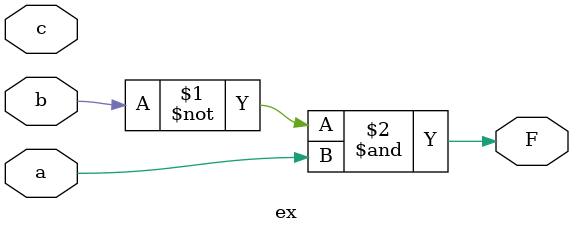
<source format=v>

module ex ( 
    a, b, c,
    F  );
  input  a, b, c;
  output F;
  assign F = ~b & a;
endmodule



</source>
